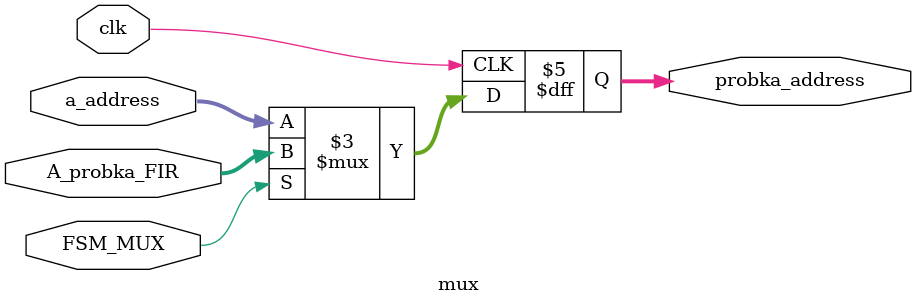
<source format=sv>
module mux#(
    parameter WIDTH = 13,//14
)
(
    input wire clk,
    input wire [WIDTH-1:0] A_probka_FIR,
    input wire [WIDTH-1:0] a_address,
    input wire FSM_MUX,
    output logic [WIDTH-1:0] probka_address
);
 

always_ff @( posedge clk ) begin // jesli bez zegara always_comb 
   if(FSM_MUX) probka_address <= A_probka_FIR;
   else probka_address <= a_address;
end
 

endmodule
</source>
